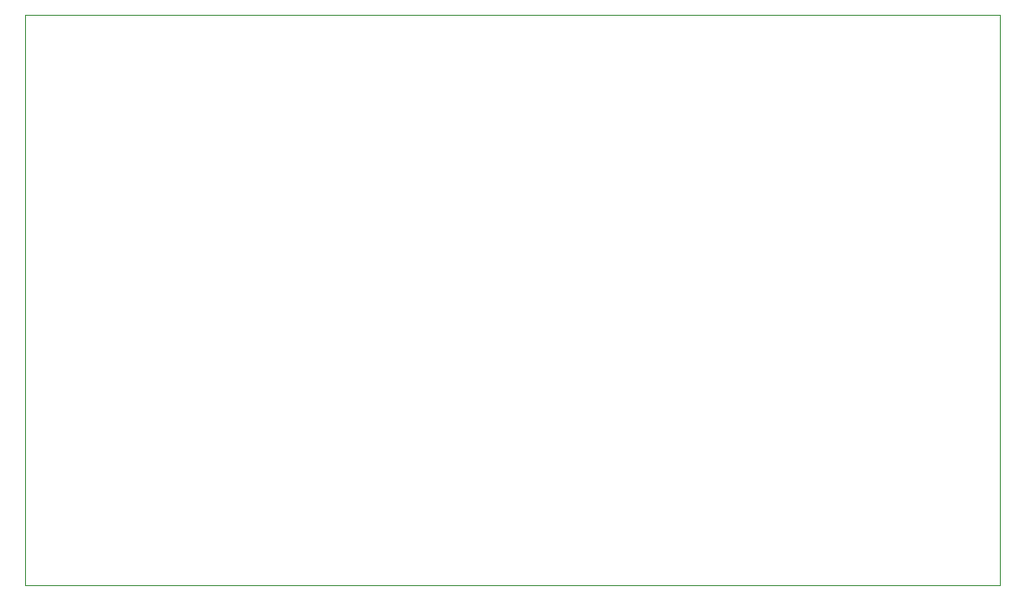
<source format=gbr>
%TF.GenerationSoftware,KiCad,Pcbnew,8.0.3*%
%TF.CreationDate,2024-07-19T22:03:55-04:00*%
%TF.ProjectId,CCPPowerBoard,43435050-6f77-4657-9242-6f6172642e6b,rev?*%
%TF.SameCoordinates,Original*%
%TF.FileFunction,Profile,NP*%
%FSLAX46Y46*%
G04 Gerber Fmt 4.6, Leading zero omitted, Abs format (unit mm)*
G04 Created by KiCad (PCBNEW 8.0.3) date 2024-07-19 22:03:55*
%MOMM*%
%LPD*%
G01*
G04 APERTURE LIST*
%TA.AperFunction,Profile*%
%ADD10C,0.050000*%
%TD*%
G04 APERTURE END LIST*
D10*
X68400000Y-53300000D02*
X157300000Y-53300000D01*
X157300000Y-105400000D01*
X68400000Y-105400000D01*
X68400000Y-53300000D01*
M02*

</source>
